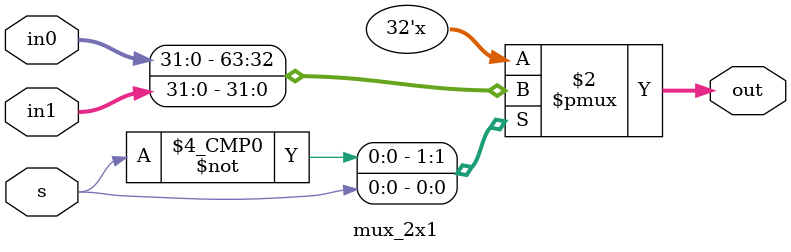
<source format=v>
module mux_2x1 #(parameter dataWidth = 32) 
(
input [dataWidth - 1:0] in0, in1,  // 2 data inputs
input s,                            // Select input
output reg [dataWidth - 1:0] out    // Output data
);
	
	always @ (*) begin
		case (s)
			1'b0: out = in0;    // If s = 0, output in0
			1'b1: out = in1;    // If s = 1, output in1
			default: out = 'hx; // In case of unknown select value
		endcase
	end

endmodule

</source>
